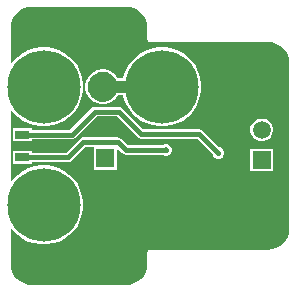
<source format=gbl>
G04*
G04 #@! TF.GenerationSoftware,Altium Limited,Altium Designer,21.7.2 (23)*
G04*
G04 Layer_Physical_Order=2*
G04 Layer_Color=16711680*
%FSLAX25Y25*%
%MOIN*%
G70*
G04*
G04 #@! TF.SameCoordinates,169E9DDB-08D8-40C8-A860-A210CD79AB01*
G04*
G04*
G04 #@! TF.FilePolarity,Positive*
G04*
G01*
G75*
%ADD24C,0.01500*%
%ADD25C,0.05906*%
%ADD26R,0.05906X0.05906*%
%ADD27C,0.01968*%
%ADD28C,0.24410*%
%ADD29R,0.04921X0.02756*%
%ADD30C,0.03937*%
G36*
X367995Y352185D02*
X369370Y352049D01*
X370691Y351648D01*
X371909Y350997D01*
X372977Y350121D01*
X373853Y349054D01*
X374504Y347835D01*
X374905Y346514D01*
X375041Y345139D01*
X375041D01*
Y341202D01*
X375104Y340885D01*
X375283Y340616D01*
X375552Y340437D01*
X375869Y340374D01*
X415239D01*
Y340374D01*
X416614Y340238D01*
X417935Y339837D01*
X419153Y339186D01*
X420221Y338310D01*
X421097Y337243D01*
X421748Y336024D01*
X422149Y334703D01*
X422285Y333328D01*
X422285D01*
Y278210D01*
X422285D01*
X422149Y276835D01*
X421748Y275514D01*
X421097Y274296D01*
X420221Y273228D01*
X419153Y272352D01*
X417935Y271701D01*
X416614Y271300D01*
X415239Y271164D01*
Y271164D01*
X375869D01*
X375552Y271101D01*
X375283Y270922D01*
X375104Y270653D01*
X375041Y270336D01*
Y266399D01*
X375041D01*
X374905Y265024D01*
X374504Y263703D01*
X373853Y262485D01*
X372977Y261417D01*
X371909Y260541D01*
X370691Y259890D01*
X369370Y259489D01*
X367995Y259353D01*
Y259353D01*
X336499D01*
Y259353D01*
X335124Y259489D01*
X333803Y259890D01*
X332585Y260541D01*
X331517Y261417D01*
X330641Y262485D01*
X329990Y263703D01*
X329589Y265024D01*
X329453Y266399D01*
X329453D01*
Y277953D01*
X329929Y278108D01*
X330376Y277492D01*
X331844Y276024D01*
X333524Y274804D01*
X335373Y273861D01*
X337348Y273220D01*
X339398Y272895D01*
X341474D01*
X343524Y273220D01*
X345499Y273861D01*
X347348Y274804D01*
X349028Y276024D01*
X350496Y277492D01*
X351716Y279171D01*
X352659Y281021D01*
X353300Y282996D01*
X353625Y285046D01*
Y287122D01*
X353300Y289173D01*
X352659Y291147D01*
X351716Y292997D01*
X350496Y294676D01*
X349028Y296144D01*
X347348Y297364D01*
X345499Y298307D01*
X343524Y298948D01*
X341474Y299273D01*
X339398D01*
X337348Y298948D01*
X335373Y298307D01*
X333524Y297364D01*
X331844Y296144D01*
X330376Y294676D01*
X329929Y294061D01*
X329453Y294215D01*
Y317323D01*
X329929Y317478D01*
X330376Y316862D01*
X331844Y315394D01*
X333524Y314174D01*
X335373Y313231D01*
X337348Y312590D01*
X339398Y312265D01*
X341474D01*
X343524Y312590D01*
X345499Y313231D01*
X347348Y314174D01*
X349028Y315394D01*
X350496Y316862D01*
X351716Y318542D01*
X352659Y320391D01*
X353300Y322366D01*
X353625Y324416D01*
Y326492D01*
X353300Y328542D01*
X352659Y330517D01*
X351716Y332367D01*
X350496Y334046D01*
X349028Y335514D01*
X347348Y336734D01*
X345499Y337677D01*
X343524Y338318D01*
X341474Y338643D01*
X339398D01*
X337348Y338318D01*
X335373Y337677D01*
X333524Y336734D01*
X331844Y335514D01*
X330376Y334046D01*
X329929Y333431D01*
X329453Y333585D01*
Y345139D01*
X329453D01*
X329589Y346514D01*
X329990Y347835D01*
X330641Y349054D01*
X331517Y350121D01*
X332585Y350997D01*
X333803Y351648D01*
X335124Y352049D01*
X336499Y352185D01*
Y352185D01*
X367995D01*
Y352185D01*
D02*
G37*
%LPC*%
G36*
X380844Y338643D02*
X378768D01*
X376718Y338318D01*
X374743Y337677D01*
X372894Y336734D01*
X371214Y335514D01*
X369746Y334046D01*
X368526Y332367D01*
X367583Y330517D01*
X366942Y328542D01*
X366893Y328234D01*
X365191D01*
X365185Y328250D01*
X364642Y329062D01*
X364586Y329118D01*
X364542Y329184D01*
X363851Y329875D01*
X363785Y329919D01*
X363729Y329975D01*
X362917Y330518D01*
X362844Y330548D01*
X362778Y330592D01*
X361875Y330966D01*
X361798Y330981D01*
X361725Y331012D01*
X360766Y331202D01*
X360687D01*
X360610Y331218D01*
X359632D01*
X359555Y331202D01*
X359476D01*
X358518Y331012D01*
X358444Y330981D01*
X358367Y330966D01*
X357464Y330592D01*
X357398Y330548D01*
X357325Y330518D01*
X356513Y329975D01*
X356457Y329919D01*
X356391Y329875D01*
X355700Y329184D01*
X355656Y329118D01*
X355600Y329062D01*
X355058Y328250D01*
X355027Y328177D01*
X354983Y328111D01*
X354609Y327208D01*
X354594Y327131D01*
X354564Y327058D01*
X354373Y326099D01*
Y326020D01*
X354358Y325943D01*
Y324966D01*
X354373Y324888D01*
Y324809D01*
X354564Y323850D01*
X354594Y323778D01*
X354609Y323700D01*
X354983Y322797D01*
X355027Y322731D01*
X355058Y322658D01*
X355600Y321846D01*
X355656Y321790D01*
X355700Y321724D01*
X356391Y321033D01*
X356457Y320989D01*
X356513Y320933D01*
X357325Y320391D01*
X357398Y320360D01*
X357464Y320316D01*
X358367Y319942D01*
X358444Y319927D01*
X358518Y319897D01*
X359476Y319706D01*
X359555D01*
X359632Y319691D01*
X360610D01*
X360687Y319706D01*
X360766D01*
X361725Y319897D01*
X361798Y319927D01*
X361875Y319942D01*
X362778Y320316D01*
X362844Y320360D01*
X362917Y320391D01*
X363729Y320933D01*
X363785Y320989D01*
X363851Y321033D01*
X364542Y321724D01*
X364586Y321790D01*
X364642Y321846D01*
X365185Y322658D01*
X365191Y322674D01*
X366893D01*
X366942Y322366D01*
X367583Y320391D01*
X368526Y318542D01*
X369746Y316862D01*
X371214Y315394D01*
X372894Y314174D01*
X374743Y313231D01*
X376718Y312590D01*
X378768Y312265D01*
X380844D01*
X382894Y312590D01*
X384869Y313231D01*
X386719Y314174D01*
X388398Y315394D01*
X389866Y316862D01*
X391086Y318542D01*
X392029Y320391D01*
X392670Y322366D01*
X392995Y324416D01*
Y326492D01*
X392670Y328542D01*
X392029Y330517D01*
X391086Y332367D01*
X389866Y334046D01*
X388398Y335514D01*
X386719Y336734D01*
X384869Y337677D01*
X382894Y338318D01*
X380844Y338643D01*
D02*
G37*
G36*
X413592Y314840D02*
X412608D01*
X411656Y314585D01*
X410804Y314093D01*
X410107Y313397D01*
X409615Y312544D01*
X409360Y311592D01*
Y310608D01*
X409615Y309656D01*
X410107Y308804D01*
X410804Y308107D01*
X411656Y307615D01*
X412608Y307360D01*
X413592D01*
X414544Y307615D01*
X415396Y308107D01*
X416093Y308804D01*
X416585Y309656D01*
X416840Y310608D01*
Y311592D01*
X416585Y312544D01*
X416093Y313397D01*
X415396Y314093D01*
X414544Y314585D01*
X413592Y314840D01*
D02*
G37*
G36*
X365200Y308568D02*
X353500D01*
X352900Y308448D01*
X352392Y308108D01*
X347811Y303527D01*
X336611D01*
Y304125D01*
X330115D01*
Y299795D01*
X336611D01*
Y300392D01*
X348460D01*
X349060Y300512D01*
X349568Y300851D01*
X354149Y305433D01*
X356798D01*
X357260Y305340D01*
Y297860D01*
X364740D01*
Y304590D01*
X365202Y304781D01*
X366692Y303292D01*
X367200Y302952D01*
X367800Y302833D01*
X379984D01*
X380085Y302731D01*
X380808Y302432D01*
X381592D01*
X382315Y302731D01*
X382869Y303285D01*
X383169Y304008D01*
Y304792D01*
X382869Y305515D01*
X382315Y306069D01*
X381592Y306368D01*
X380808D01*
X380085Y306069D01*
X379984Y305967D01*
X368449D01*
X366308Y308108D01*
X365800Y308448D01*
X365700Y308468D01*
X365200Y308568D01*
D02*
G37*
G36*
X365400Y318668D02*
X357400D01*
X356800Y318548D01*
X356292Y318208D01*
X349091Y311008D01*
X336611D01*
Y311606D01*
X330115D01*
Y307275D01*
X336611D01*
Y307873D01*
X349740D01*
X350340Y307992D01*
X350849Y308332D01*
X358049Y315532D01*
X364751D01*
X371692Y308592D01*
X372200Y308252D01*
X372800Y308133D01*
X391651D01*
X396731Y303052D01*
Y302908D01*
X397031Y302185D01*
X397585Y301631D01*
X398308Y301331D01*
X399092D01*
X399815Y301631D01*
X400369Y302185D01*
X400668Y302908D01*
Y303692D01*
X400369Y304415D01*
X399815Y304969D01*
X399092Y305269D01*
X398948D01*
X393408Y310808D01*
X392900Y311148D01*
X392300Y311267D01*
X373449D01*
X366508Y318208D01*
X366000Y318548D01*
X365900Y318568D01*
X365400Y318668D01*
D02*
G37*
G36*
X416840Y304840D02*
X409360D01*
Y297360D01*
X416840D01*
Y304840D01*
D02*
G37*
%LPD*%
G36*
X361568Y330224D02*
X362471Y329850D01*
X363283Y329307D01*
X363974Y328616D01*
X364517Y327804D01*
X364891Y326901D01*
X365082Y325943D01*
Y325454D01*
Y324966D01*
X364891Y324007D01*
X364517Y323104D01*
X363974Y322292D01*
X363283Y321601D01*
X362471Y321058D01*
X361568Y320684D01*
X360610Y320494D01*
X359632D01*
X358674Y320684D01*
X357771Y321058D01*
X356959Y321601D01*
X356268Y322292D01*
X355725Y323104D01*
X355351Y324007D01*
X355160Y324966D01*
Y325454D01*
Y325943D01*
X355351Y326901D01*
X355725Y327804D01*
X356268Y328616D01*
X356959Y329307D01*
X357771Y329850D01*
X358674Y330224D01*
X359632Y330415D01*
X360610D01*
X361568Y330224D01*
D02*
G37*
D24*
X360200Y325600D02*
X360346Y325454D01*
X392300Y309700D02*
X398700Y303300D01*
X372800Y309700D02*
X392300D01*
X365400Y317100D02*
X372800Y309700D01*
X353500Y307000D02*
X365200D01*
X367800Y304400D02*
X381073D01*
X365200Y307000D02*
X367800Y304400D01*
X348460Y301960D02*
X353500Y307000D01*
X349740Y309440D02*
X357400Y317100D01*
X365400D01*
X333363Y309440D02*
X349740D01*
X333363Y301960D02*
X348460D01*
D25*
X413100Y311100D02*
D03*
X361000Y311600D02*
D03*
D26*
X413100Y301100D02*
D03*
X361000Y301600D02*
D03*
D27*
X398700Y303300D02*
D03*
X381200Y304400D02*
D03*
D28*
X379805Y285915D02*
D03*
X340436Y286084D02*
D03*
Y325454D02*
D03*
X379806D02*
D03*
D29*
X341237Y305700D02*
D03*
X333363Y309440D02*
D03*
Y301960D02*
D03*
D30*
X360346Y325454D02*
X379806D01*
M02*

</source>
